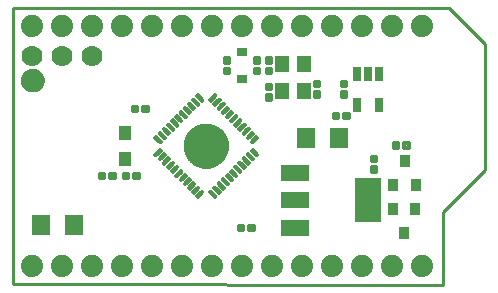
<source format=gbs>
G75*
G70*
%OFA0B0*%
%FSLAX24Y24*%
%IPPOS*%
%LPD*%
%AMOC8*
5,1,8,0,0,1.08239X$1,22.5*
%
%ADD10C,0.0100*%
%ADD11C,0.0145*%
%ADD12C,0.0500*%
%ADD13C,0.0434*%
%ADD14R,0.0434X0.0512*%
%ADD15R,0.0257X0.0512*%
%ADD16R,0.0350X0.0390*%
%ADD17R,0.0591X0.0670*%
%ADD18R,0.0453X0.0552*%
%ADD19C,0.1000*%
%ADD20C,0.0119*%
%ADD21R,0.0920X0.0520*%
%ADD22R,0.0906X0.1457*%
%ADD23R,0.0367X0.0288*%
%ADD24C,0.0740*%
%ADD25C,0.0700*%
D10*
X001820Y001850D02*
X016150Y001840D01*
X016150Y004250D01*
X017550Y005650D01*
X017550Y009850D01*
X017530Y009870D02*
X016350Y011050D01*
X001820Y011060D01*
X001820Y001850D01*
D11*
X004702Y005377D02*
X004848Y005377D01*
X004702Y005377D02*
X004702Y005523D01*
X004848Y005523D01*
X004848Y005377D01*
X004848Y005521D02*
X004702Y005521D01*
X005052Y005377D02*
X005198Y005377D01*
X005052Y005377D02*
X005052Y005523D01*
X005198Y005523D01*
X005198Y005377D01*
X005198Y005521D02*
X005052Y005521D01*
X005502Y005523D02*
X005648Y005523D01*
X005648Y005377D01*
X005502Y005377D01*
X005502Y005523D01*
X005502Y005521D02*
X005648Y005521D01*
X005852Y005523D02*
X005998Y005523D01*
X005998Y005377D01*
X005852Y005377D01*
X005852Y005523D01*
X005852Y005521D02*
X005998Y005521D01*
X005948Y007753D02*
X005802Y007753D01*
X005948Y007753D02*
X005948Y007607D01*
X005802Y007607D01*
X005802Y007753D01*
X005802Y007751D02*
X005948Y007751D01*
X006152Y007753D02*
X006298Y007753D01*
X006298Y007607D01*
X006152Y007607D01*
X006152Y007753D01*
X006152Y007751D02*
X006298Y007751D01*
X009023Y008882D02*
X009023Y009028D01*
X009023Y008882D02*
X008877Y008882D01*
X008877Y009028D01*
X009023Y009028D01*
X009023Y009026D02*
X008877Y009026D01*
X009023Y009232D02*
X009023Y009378D01*
X009023Y009232D02*
X008877Y009232D01*
X008877Y009378D01*
X009023Y009378D01*
X009023Y009376D02*
X008877Y009376D01*
X010023Y009378D02*
X010023Y009232D01*
X009877Y009232D01*
X009877Y009378D01*
X010023Y009378D01*
X010023Y009376D02*
X009877Y009376D01*
X010423Y009378D02*
X010423Y009232D01*
X010277Y009232D01*
X010277Y009378D01*
X010423Y009378D01*
X010423Y009376D02*
X010277Y009376D01*
X010423Y009028D02*
X010423Y008882D01*
X010277Y008882D01*
X010277Y009028D01*
X010423Y009028D01*
X010423Y009026D02*
X010277Y009026D01*
X010023Y009028D02*
X010023Y008882D01*
X009877Y008882D01*
X009877Y009028D01*
X010023Y009028D01*
X010023Y009026D02*
X009877Y009026D01*
X010277Y008498D02*
X010277Y008352D01*
X010277Y008498D02*
X010423Y008498D01*
X010423Y008352D01*
X010277Y008352D01*
X010277Y008496D02*
X010423Y008496D01*
X010277Y008148D02*
X010277Y008002D01*
X010277Y008148D02*
X010423Y008148D01*
X010423Y008002D01*
X010277Y008002D01*
X010277Y008146D02*
X010423Y008146D01*
X012023Y008102D02*
X012023Y008248D01*
X012023Y008102D02*
X011877Y008102D01*
X011877Y008248D01*
X012023Y008248D01*
X012023Y008246D02*
X011877Y008246D01*
X012023Y008452D02*
X012023Y008598D01*
X012023Y008452D02*
X011877Y008452D01*
X011877Y008598D01*
X012023Y008598D01*
X012023Y008596D02*
X011877Y008596D01*
X012923Y008598D02*
X012923Y008452D01*
X012777Y008452D01*
X012777Y008598D01*
X012923Y008598D01*
X012923Y008596D02*
X012777Y008596D01*
X012923Y008248D02*
X012923Y008102D01*
X012777Y008102D01*
X012777Y008248D01*
X012923Y008248D01*
X012923Y008246D02*
X012777Y008246D01*
X012852Y007523D02*
X012998Y007523D01*
X012998Y007377D01*
X012852Y007377D01*
X012852Y007523D01*
X012852Y007521D02*
X012998Y007521D01*
X012648Y007523D02*
X012502Y007523D01*
X012648Y007523D02*
X012648Y007377D01*
X012502Y007377D01*
X012502Y007523D01*
X012502Y007521D02*
X012648Y007521D01*
X014502Y006397D02*
X014648Y006397D01*
X014502Y006397D02*
X014502Y006543D01*
X014648Y006543D01*
X014648Y006397D01*
X014648Y006541D02*
X014502Y006541D01*
X014852Y006397D02*
X014998Y006397D01*
X014852Y006397D02*
X014852Y006543D01*
X014998Y006543D01*
X014998Y006397D01*
X014998Y006541D02*
X014852Y006541D01*
X013923Y006098D02*
X013923Y005952D01*
X013777Y005952D01*
X013777Y006098D01*
X013923Y006098D01*
X013923Y006096D02*
X013777Y006096D01*
X013923Y005748D02*
X013923Y005602D01*
X013777Y005602D01*
X013777Y005748D01*
X013923Y005748D01*
X013923Y005746D02*
X013777Y005746D01*
X009828Y003647D02*
X009682Y003647D01*
X009682Y003793D01*
X009828Y003793D01*
X009828Y003647D01*
X009828Y003791D02*
X009682Y003791D01*
X009478Y003647D02*
X009332Y003647D01*
X009332Y003793D01*
X009478Y003793D01*
X009478Y003647D01*
X009478Y003791D02*
X009332Y003791D01*
D12*
X002308Y008650D02*
X002310Y008673D01*
X002316Y008696D01*
X002325Y008718D01*
X002338Y008737D01*
X002354Y008754D01*
X002372Y008769D01*
X002393Y008780D01*
X002415Y008788D01*
X002438Y008792D01*
X002462Y008792D01*
X002485Y008788D01*
X002507Y008780D01*
X002528Y008769D01*
X002546Y008754D01*
X002562Y008737D01*
X002575Y008718D01*
X002584Y008696D01*
X002590Y008673D01*
X002592Y008650D01*
X002590Y008627D01*
X002584Y008604D01*
X002575Y008582D01*
X002562Y008563D01*
X002546Y008546D01*
X002528Y008531D01*
X002507Y008520D01*
X002485Y008512D01*
X002462Y008508D01*
X002438Y008508D01*
X002415Y008512D01*
X002393Y008520D01*
X002372Y008531D01*
X002354Y008546D01*
X002338Y008563D01*
X002325Y008582D01*
X002316Y008604D01*
X002310Y008627D01*
X002308Y008650D01*
D13*
X002450Y008650D03*
D14*
X005550Y006883D03*
X005550Y006017D03*
D15*
X013276Y007838D03*
X014024Y007838D03*
X014024Y008862D03*
X013650Y008862D03*
X013276Y008862D03*
D16*
X014860Y005950D03*
X014480Y005150D03*
X015240Y005150D03*
X015220Y004350D03*
X014460Y004350D03*
X014840Y003550D03*
D17*
X012681Y006730D03*
X011579Y006730D03*
X003841Y003810D03*
X002739Y003810D03*
D18*
X010786Y008297D03*
X011514Y008297D03*
X011514Y009203D03*
X010786Y009203D03*
D19*
X008000Y006450D02*
X008002Y006481D01*
X008008Y006512D01*
X008018Y006542D01*
X008031Y006570D01*
X008048Y006597D01*
X008068Y006621D01*
X008091Y006643D01*
X008116Y006661D01*
X008144Y006676D01*
X008173Y006688D01*
X008203Y006696D01*
X008234Y006700D01*
X008266Y006700D01*
X008297Y006696D01*
X008327Y006688D01*
X008356Y006676D01*
X008384Y006661D01*
X008409Y006643D01*
X008432Y006621D01*
X008452Y006597D01*
X008469Y006570D01*
X008482Y006542D01*
X008492Y006512D01*
X008498Y006481D01*
X008500Y006450D01*
X008498Y006419D01*
X008492Y006388D01*
X008482Y006358D01*
X008469Y006330D01*
X008452Y006303D01*
X008432Y006279D01*
X008409Y006257D01*
X008384Y006239D01*
X008356Y006224D01*
X008327Y006212D01*
X008297Y006204D01*
X008266Y006200D01*
X008234Y006200D01*
X008203Y006204D01*
X008173Y006212D01*
X008144Y006224D01*
X008116Y006239D01*
X008091Y006257D01*
X008068Y006279D01*
X008048Y006303D01*
X008031Y006330D01*
X008018Y006358D01*
X008008Y006388D01*
X008002Y006419D01*
X008000Y006450D01*
D20*
X007264Y007137D02*
X007113Y007288D01*
X007134Y007309D01*
X007285Y007158D01*
X007264Y007137D01*
X007188Y007255D02*
X007146Y007255D01*
X007252Y007427D02*
X007403Y007276D01*
X007252Y007427D02*
X007273Y007448D01*
X007424Y007297D01*
X007403Y007276D01*
X007327Y007394D02*
X007285Y007394D01*
X007391Y007566D02*
X007542Y007415D01*
X007391Y007566D02*
X007412Y007587D01*
X007563Y007436D01*
X007542Y007415D01*
X007466Y007533D02*
X007424Y007533D01*
X007531Y007705D02*
X007682Y007554D01*
X007531Y007705D02*
X007552Y007726D01*
X007703Y007575D01*
X007682Y007554D01*
X007606Y007672D02*
X007564Y007672D01*
X007670Y007844D02*
X007821Y007693D01*
X007670Y007844D02*
X007691Y007865D01*
X007842Y007714D01*
X007821Y007693D01*
X007745Y007811D02*
X007703Y007811D01*
X007809Y007983D02*
X007960Y007832D01*
X007809Y007983D02*
X007830Y008004D01*
X007981Y007853D01*
X007960Y007832D01*
X007884Y007950D02*
X007842Y007950D01*
X007948Y008123D02*
X008099Y007972D01*
X007948Y008123D02*
X007969Y008144D01*
X008120Y007993D01*
X008099Y007972D01*
X008023Y008090D02*
X007981Y008090D01*
X008380Y007993D02*
X008531Y008144D01*
X008552Y008123D01*
X008401Y007972D01*
X008380Y007993D01*
X008477Y008090D02*
X008519Y008090D01*
X008670Y008004D02*
X008519Y007853D01*
X008670Y008004D02*
X008691Y007983D01*
X008540Y007832D01*
X008519Y007853D01*
X008616Y007950D02*
X008658Y007950D01*
X008809Y007865D02*
X008658Y007714D01*
X008809Y007865D02*
X008830Y007844D01*
X008679Y007693D01*
X008658Y007714D01*
X008755Y007811D02*
X008797Y007811D01*
X008948Y007726D02*
X008797Y007575D01*
X008948Y007726D02*
X008969Y007705D01*
X008818Y007554D01*
X008797Y007575D01*
X008894Y007672D02*
X008936Y007672D01*
X009088Y007587D02*
X008937Y007436D01*
X009088Y007587D02*
X009109Y007566D01*
X008958Y007415D01*
X008937Y007436D01*
X009034Y007533D02*
X009076Y007533D01*
X009227Y007448D02*
X009076Y007297D01*
X009227Y007448D02*
X009248Y007427D01*
X009097Y007276D01*
X009076Y007297D01*
X009173Y007394D02*
X009215Y007394D01*
X009366Y007309D02*
X009215Y007158D01*
X009366Y007309D02*
X009387Y007288D01*
X009236Y007137D01*
X009215Y007158D01*
X009312Y007255D02*
X009354Y007255D01*
X009505Y007169D02*
X009354Y007018D01*
X009505Y007169D02*
X009526Y007148D01*
X009375Y006997D01*
X009354Y007018D01*
X009451Y007115D02*
X009493Y007115D01*
X009644Y007030D02*
X009493Y006879D01*
X009644Y007030D02*
X009665Y007009D01*
X009514Y006858D01*
X009493Y006879D01*
X009590Y006976D02*
X009632Y006976D01*
X009784Y006891D02*
X009633Y006740D01*
X009784Y006891D02*
X009805Y006870D01*
X009654Y006719D01*
X009633Y006740D01*
X009730Y006837D02*
X009772Y006837D01*
X009923Y006752D02*
X009772Y006601D01*
X009923Y006752D02*
X009944Y006731D01*
X009793Y006580D01*
X009772Y006601D01*
X009869Y006698D02*
X009911Y006698D01*
X009793Y006320D02*
X009944Y006169D01*
X009923Y006148D01*
X009772Y006299D01*
X009793Y006320D01*
X009805Y006266D02*
X009847Y006266D01*
X009654Y006181D02*
X009805Y006030D01*
X009784Y006009D01*
X009633Y006160D01*
X009654Y006181D01*
X009666Y006127D02*
X009708Y006127D01*
X009514Y006042D02*
X009665Y005891D01*
X009644Y005870D01*
X009493Y006021D01*
X009514Y006042D01*
X009526Y005988D02*
X009568Y005988D01*
X009375Y005903D02*
X009526Y005752D01*
X009505Y005731D01*
X009354Y005882D01*
X009375Y005903D01*
X009387Y005849D02*
X009429Y005849D01*
X009236Y005763D02*
X009387Y005612D01*
X009366Y005591D01*
X009215Y005742D01*
X009236Y005763D01*
X009248Y005709D02*
X009290Y005709D01*
X009097Y005624D02*
X009248Y005473D01*
X009227Y005452D01*
X009076Y005603D01*
X009097Y005624D01*
X009109Y005570D02*
X009151Y005570D01*
X008958Y005485D02*
X009109Y005334D01*
X009088Y005313D01*
X008937Y005464D01*
X008958Y005485D01*
X008970Y005431D02*
X009012Y005431D01*
X008818Y005346D02*
X008969Y005195D01*
X008948Y005174D01*
X008797Y005325D01*
X008818Y005346D01*
X008830Y005292D02*
X008872Y005292D01*
X008679Y005207D02*
X008830Y005056D01*
X008809Y005035D01*
X008658Y005186D01*
X008679Y005207D01*
X008691Y005153D02*
X008733Y005153D01*
X008540Y005067D02*
X008691Y004916D01*
X008670Y004895D01*
X008519Y005046D01*
X008540Y005067D01*
X008552Y005013D02*
X008594Y005013D01*
X008401Y004928D02*
X008552Y004777D01*
X008531Y004756D01*
X008380Y004907D01*
X008401Y004928D01*
X008413Y004874D02*
X008455Y004874D01*
X008120Y004907D02*
X007969Y004756D01*
X007948Y004777D01*
X008099Y004928D01*
X008120Y004907D01*
X008087Y004874D02*
X008045Y004874D01*
X007981Y005046D02*
X007830Y004895D01*
X007809Y004916D01*
X007960Y005067D01*
X007981Y005046D01*
X007948Y005013D02*
X007906Y005013D01*
X007842Y005186D02*
X007691Y005035D01*
X007670Y005056D01*
X007821Y005207D01*
X007842Y005186D01*
X007809Y005153D02*
X007767Y005153D01*
X007703Y005325D02*
X007552Y005174D01*
X007531Y005195D01*
X007682Y005346D01*
X007703Y005325D01*
X007670Y005292D02*
X007628Y005292D01*
X007563Y005464D02*
X007412Y005313D01*
X007391Y005334D01*
X007542Y005485D01*
X007563Y005464D01*
X007530Y005431D02*
X007488Y005431D01*
X007424Y005603D02*
X007273Y005452D01*
X007252Y005473D01*
X007403Y005624D01*
X007424Y005603D01*
X007391Y005570D02*
X007349Y005570D01*
X007285Y005742D02*
X007134Y005591D01*
X007113Y005612D01*
X007264Y005763D01*
X007285Y005742D01*
X007252Y005709D02*
X007210Y005709D01*
X007146Y005882D02*
X006995Y005731D01*
X006974Y005752D01*
X007125Y005903D01*
X007146Y005882D01*
X007113Y005849D02*
X007071Y005849D01*
X007007Y006021D02*
X006856Y005870D01*
X006835Y005891D01*
X006986Y006042D01*
X007007Y006021D01*
X006974Y005988D02*
X006932Y005988D01*
X006868Y006160D02*
X006717Y006009D01*
X006696Y006030D01*
X006847Y006181D01*
X006868Y006160D01*
X006835Y006127D02*
X006793Y006127D01*
X006728Y006299D02*
X006577Y006148D01*
X006556Y006169D01*
X006707Y006320D01*
X006728Y006299D01*
X006695Y006266D02*
X006653Y006266D01*
X006707Y006580D02*
X006556Y006731D01*
X006577Y006752D01*
X006728Y006601D01*
X006707Y006580D01*
X006631Y006698D02*
X006589Y006698D01*
X006696Y006870D02*
X006847Y006719D01*
X006696Y006870D02*
X006717Y006891D01*
X006868Y006740D01*
X006847Y006719D01*
X006771Y006837D02*
X006729Y006837D01*
X006835Y007009D02*
X006986Y006858D01*
X006835Y007009D02*
X006856Y007030D01*
X007007Y006879D01*
X006986Y006858D01*
X006910Y006976D02*
X006868Y006976D01*
X006974Y007148D02*
X007125Y006997D01*
X006974Y007148D02*
X006995Y007169D01*
X007146Y007018D01*
X007125Y006997D01*
X007049Y007115D02*
X007007Y007115D01*
D21*
X011200Y005560D03*
X011200Y004650D03*
X011200Y003740D03*
D22*
X013640Y004650D03*
D23*
X009450Y008677D03*
X009450Y009583D03*
D24*
X009450Y010450D03*
X008450Y010450D03*
X007450Y010450D03*
X006450Y010450D03*
X005450Y010450D03*
X004450Y010450D03*
X003450Y010450D03*
X002450Y010450D03*
X010450Y010450D03*
X011450Y010450D03*
X012450Y010450D03*
X013450Y010450D03*
X014450Y010450D03*
X015450Y010450D03*
X015450Y002450D03*
X014450Y002450D03*
X013450Y002450D03*
X012450Y002450D03*
X011450Y002450D03*
X010450Y002450D03*
X009450Y002450D03*
X008450Y002450D03*
X007450Y002450D03*
X006450Y002450D03*
X005450Y002450D03*
X004450Y002450D03*
X003450Y002450D03*
X002450Y002450D03*
D25*
X002450Y009450D03*
X003450Y009450D03*
X004450Y009450D03*
M02*

</source>
